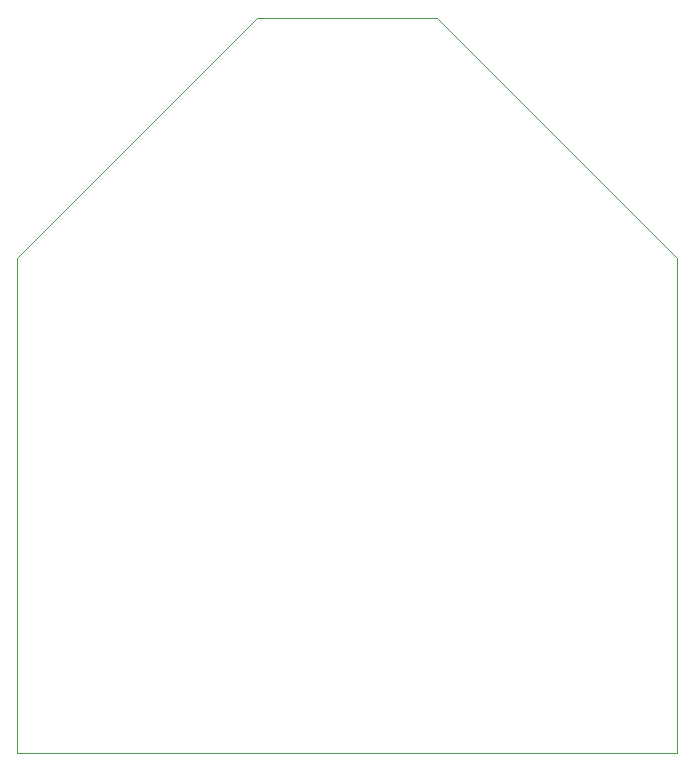
<source format=gbr>
G04 #@! TF.GenerationSoftware,KiCad,Pcbnew,7.0.1*
G04 #@! TF.CreationDate,2023-03-23T18:13:04+01:00*
G04 #@! TF.ProjectId,Project_Gmic,50726f6a-6563-4745-9f47-6d69632e6b69,V1.1*
G04 #@! TF.SameCoordinates,Original*
G04 #@! TF.FileFunction,Profile,NP*
%FSLAX46Y46*%
G04 Gerber Fmt 4.6, Leading zero omitted, Abs format (unit mm)*
G04 Created by KiCad (PCBNEW 7.0.1) date 2023-03-23 18:13:04*
%MOMM*%
%LPD*%
G01*
G04 APERTURE LIST*
G04 #@! TA.AperFunction,Profile*
%ADD10C,0.050000*%
G04 #@! TD*
G04 APERTURE END LIST*
D10*
X35560000Y-91440000D02*
X20320000Y-91440000D01*
X55880000Y-111760000D02*
X55880000Y-153670000D01*
X35560000Y-91440000D02*
X55880000Y-111760000D01*
X0Y-111760000D02*
X0Y-153670000D01*
X20320000Y-91440000D02*
X0Y-111760000D01*
X0Y-153670000D02*
X55880000Y-153670000D01*
M02*

</source>
